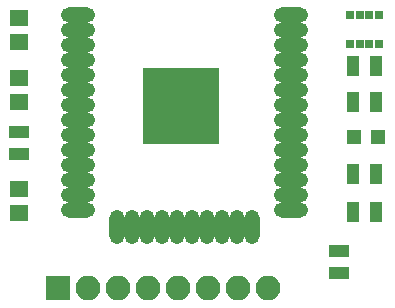
<source format=gts>
G04 #@! TF.FileFunction,Soldermask,Top*
%FSLAX46Y46*%
G04 Gerber Fmt 4.6, Leading zero omitted, Abs format (unit mm)*
G04 Created by KiCad (PCBNEW 4.0.7) date Friday, February 23, 2018 'PMt' 12:04:00 PM*
%MOMM*%
%LPD*%
G01*
G04 APERTURE LIST*
%ADD10C,0.100000*%
%ADD11R,0.800000X0.800000*%
%ADD12R,1.100000X1.700000*%
%ADD13R,1.200000X1.300000*%
%ADD14R,1.700000X1.100000*%
%ADD15O,2.900000X1.300000*%
%ADD16O,1.300000X2.900000*%
%ADD17R,6.400000X6.400000*%
%ADD18R,1.650000X1.400000*%
%ADD19R,2.100000X2.100000*%
%ADD20O,2.100000X2.100000*%
G04 APERTURE END LIST*
D10*
D11*
X133934000Y-95618000D03*
X133134000Y-95618000D03*
X132334000Y-95618000D03*
X131534000Y-95618000D03*
X131534000Y-93218000D03*
X132334000Y-93218000D03*
X133134000Y-93218000D03*
X133934000Y-93218000D03*
D12*
X133665000Y-100584000D03*
X131765000Y-100584000D03*
D13*
X133892000Y-103505000D03*
X131792000Y-103505000D03*
D12*
X133665000Y-109855000D03*
X131765000Y-109855000D03*
D14*
X130556000Y-115062000D03*
X130556000Y-113162000D03*
D15*
X126475000Y-93175000D03*
X126475000Y-94445000D03*
X126475000Y-95715000D03*
X126475000Y-96985000D03*
X126475000Y-98255000D03*
X126475000Y-99525000D03*
X126475000Y-100795000D03*
X126475000Y-102065000D03*
X126475000Y-103335000D03*
X126475000Y-104605000D03*
X126475000Y-105875000D03*
X126475000Y-107145000D03*
X126475000Y-108415000D03*
X126475000Y-109685000D03*
D16*
X123190000Y-111175000D03*
X121920000Y-111175000D03*
X120650000Y-111175000D03*
X119380000Y-111175000D03*
X118110000Y-111175000D03*
X116840000Y-111175000D03*
X115570000Y-111175000D03*
X114300000Y-111175000D03*
X113030000Y-111175000D03*
X111760000Y-111175000D03*
D15*
X108475000Y-109685000D03*
X108475000Y-108415000D03*
X108475000Y-107145000D03*
X108475000Y-105875000D03*
X108475000Y-104605000D03*
X108475000Y-103335000D03*
X108475000Y-102065000D03*
X108475000Y-100795000D03*
X108475000Y-99525000D03*
X108475000Y-98255000D03*
X108475000Y-96985000D03*
X108475000Y-95715000D03*
X108475000Y-94445000D03*
X108475000Y-93175000D03*
D17*
X117175000Y-100875000D03*
D14*
X103505000Y-104963000D03*
X103505000Y-103063000D03*
D18*
X103505000Y-109966000D03*
X103505000Y-107966000D03*
D19*
X106807000Y-116332000D03*
D20*
X109347000Y-116332000D03*
X111887000Y-116332000D03*
X114427000Y-116332000D03*
X116967000Y-116332000D03*
X119507000Y-116332000D03*
X122047000Y-116332000D03*
X124587000Y-116332000D03*
D18*
X103505000Y-95488000D03*
X103505000Y-93488000D03*
X103505000Y-100568000D03*
X103505000Y-98568000D03*
D12*
X133665000Y-106680000D03*
X131765000Y-106680000D03*
X133665000Y-97536000D03*
X131765000Y-97536000D03*
M02*

</source>
